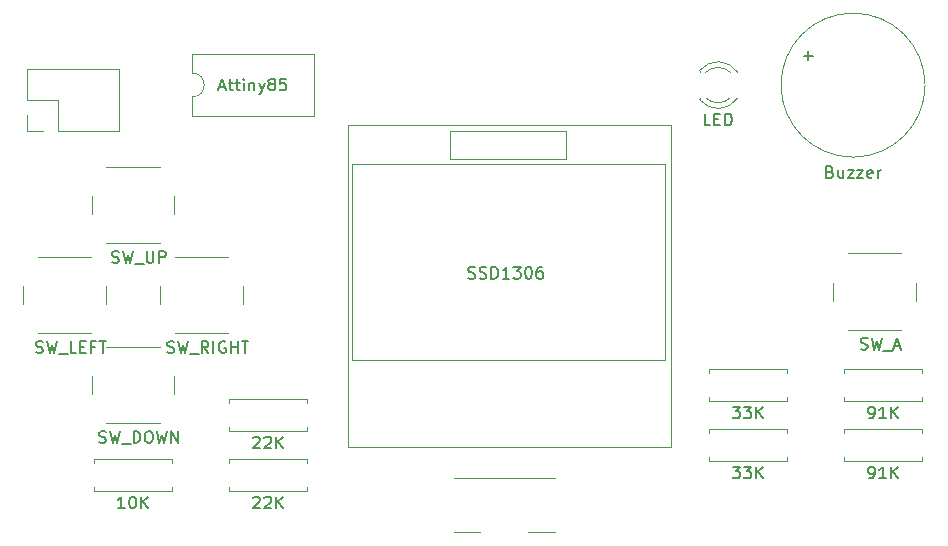
<source format=gbr>
%TF.GenerationSoftware,KiCad,Pcbnew,8.0.3*%
%TF.CreationDate,2024-06-30T11:32:45+09:00*%
%TF.ProjectId,gamepad_attiny85,67616d65-7061-4645-9f61-7474696e7938,rev?*%
%TF.SameCoordinates,Original*%
%TF.FileFunction,Legend,Top*%
%TF.FilePolarity,Positive*%
%FSLAX46Y46*%
G04 Gerber Fmt 4.6, Leading zero omitted, Abs format (unit mm)*
G04 Created by KiCad (PCBNEW 8.0.3) date 2024-06-30 11:32:45*
%MOMM*%
%LPD*%
G01*
G04 APERTURE LIST*
%ADD10C,0.150000*%
%ADD11C,0.120000*%
G04 APERTURE END LIST*
D10*
X34869523Y-61244819D02*
X34298095Y-61244819D01*
X34583809Y-61244819D02*
X34583809Y-60244819D01*
X34583809Y-60244819D02*
X34488571Y-60387676D01*
X34488571Y-60387676D02*
X34393333Y-60482914D01*
X34393333Y-60482914D02*
X34298095Y-60530533D01*
X35488571Y-60244819D02*
X35583809Y-60244819D01*
X35583809Y-60244819D02*
X35679047Y-60292438D01*
X35679047Y-60292438D02*
X35726666Y-60340057D01*
X35726666Y-60340057D02*
X35774285Y-60435295D01*
X35774285Y-60435295D02*
X35821904Y-60625771D01*
X35821904Y-60625771D02*
X35821904Y-60863866D01*
X35821904Y-60863866D02*
X35774285Y-61054342D01*
X35774285Y-61054342D02*
X35726666Y-61149580D01*
X35726666Y-61149580D02*
X35679047Y-61197200D01*
X35679047Y-61197200D02*
X35583809Y-61244819D01*
X35583809Y-61244819D02*
X35488571Y-61244819D01*
X35488571Y-61244819D02*
X35393333Y-61197200D01*
X35393333Y-61197200D02*
X35345714Y-61149580D01*
X35345714Y-61149580D02*
X35298095Y-61054342D01*
X35298095Y-61054342D02*
X35250476Y-60863866D01*
X35250476Y-60863866D02*
X35250476Y-60625771D01*
X35250476Y-60625771D02*
X35298095Y-60435295D01*
X35298095Y-60435295D02*
X35345714Y-60340057D01*
X35345714Y-60340057D02*
X35393333Y-60292438D01*
X35393333Y-60292438D02*
X35488571Y-60244819D01*
X36250476Y-61244819D02*
X36250476Y-60244819D01*
X36821904Y-61244819D02*
X36393333Y-60673390D01*
X36821904Y-60244819D02*
X36250476Y-60816247D01*
X97893333Y-58704819D02*
X98083809Y-58704819D01*
X98083809Y-58704819D02*
X98179047Y-58657200D01*
X98179047Y-58657200D02*
X98226666Y-58609580D01*
X98226666Y-58609580D02*
X98321904Y-58466723D01*
X98321904Y-58466723D02*
X98369523Y-58276247D01*
X98369523Y-58276247D02*
X98369523Y-57895295D01*
X98369523Y-57895295D02*
X98321904Y-57800057D01*
X98321904Y-57800057D02*
X98274285Y-57752438D01*
X98274285Y-57752438D02*
X98179047Y-57704819D01*
X98179047Y-57704819D02*
X97988571Y-57704819D01*
X97988571Y-57704819D02*
X97893333Y-57752438D01*
X97893333Y-57752438D02*
X97845714Y-57800057D01*
X97845714Y-57800057D02*
X97798095Y-57895295D01*
X97798095Y-57895295D02*
X97798095Y-58133390D01*
X97798095Y-58133390D02*
X97845714Y-58228628D01*
X97845714Y-58228628D02*
X97893333Y-58276247D01*
X97893333Y-58276247D02*
X97988571Y-58323866D01*
X97988571Y-58323866D02*
X98179047Y-58323866D01*
X98179047Y-58323866D02*
X98274285Y-58276247D01*
X98274285Y-58276247D02*
X98321904Y-58228628D01*
X98321904Y-58228628D02*
X98369523Y-58133390D01*
X99321904Y-58704819D02*
X98750476Y-58704819D01*
X99036190Y-58704819D02*
X99036190Y-57704819D01*
X99036190Y-57704819D02*
X98940952Y-57847676D01*
X98940952Y-57847676D02*
X98845714Y-57942914D01*
X98845714Y-57942914D02*
X98750476Y-57990533D01*
X99750476Y-58704819D02*
X99750476Y-57704819D01*
X100321904Y-58704819D02*
X99893333Y-58133390D01*
X100321904Y-57704819D02*
X99750476Y-58276247D01*
X45728095Y-60340057D02*
X45775714Y-60292438D01*
X45775714Y-60292438D02*
X45870952Y-60244819D01*
X45870952Y-60244819D02*
X46109047Y-60244819D01*
X46109047Y-60244819D02*
X46204285Y-60292438D01*
X46204285Y-60292438D02*
X46251904Y-60340057D01*
X46251904Y-60340057D02*
X46299523Y-60435295D01*
X46299523Y-60435295D02*
X46299523Y-60530533D01*
X46299523Y-60530533D02*
X46251904Y-60673390D01*
X46251904Y-60673390D02*
X45680476Y-61244819D01*
X45680476Y-61244819D02*
X46299523Y-61244819D01*
X46680476Y-60340057D02*
X46728095Y-60292438D01*
X46728095Y-60292438D02*
X46823333Y-60244819D01*
X46823333Y-60244819D02*
X47061428Y-60244819D01*
X47061428Y-60244819D02*
X47156666Y-60292438D01*
X47156666Y-60292438D02*
X47204285Y-60340057D01*
X47204285Y-60340057D02*
X47251904Y-60435295D01*
X47251904Y-60435295D02*
X47251904Y-60530533D01*
X47251904Y-60530533D02*
X47204285Y-60673390D01*
X47204285Y-60673390D02*
X46632857Y-61244819D01*
X46632857Y-61244819D02*
X47251904Y-61244819D01*
X47680476Y-61244819D02*
X47680476Y-60244819D01*
X48251904Y-61244819D02*
X47823333Y-60673390D01*
X48251904Y-60244819D02*
X47680476Y-60816247D01*
X86320476Y-57704819D02*
X86939523Y-57704819D01*
X86939523Y-57704819D02*
X86606190Y-58085771D01*
X86606190Y-58085771D02*
X86749047Y-58085771D01*
X86749047Y-58085771D02*
X86844285Y-58133390D01*
X86844285Y-58133390D02*
X86891904Y-58181009D01*
X86891904Y-58181009D02*
X86939523Y-58276247D01*
X86939523Y-58276247D02*
X86939523Y-58514342D01*
X86939523Y-58514342D02*
X86891904Y-58609580D01*
X86891904Y-58609580D02*
X86844285Y-58657200D01*
X86844285Y-58657200D02*
X86749047Y-58704819D01*
X86749047Y-58704819D02*
X86463333Y-58704819D01*
X86463333Y-58704819D02*
X86368095Y-58657200D01*
X86368095Y-58657200D02*
X86320476Y-58609580D01*
X87272857Y-57704819D02*
X87891904Y-57704819D01*
X87891904Y-57704819D02*
X87558571Y-58085771D01*
X87558571Y-58085771D02*
X87701428Y-58085771D01*
X87701428Y-58085771D02*
X87796666Y-58133390D01*
X87796666Y-58133390D02*
X87844285Y-58181009D01*
X87844285Y-58181009D02*
X87891904Y-58276247D01*
X87891904Y-58276247D02*
X87891904Y-58514342D01*
X87891904Y-58514342D02*
X87844285Y-58609580D01*
X87844285Y-58609580D02*
X87796666Y-58657200D01*
X87796666Y-58657200D02*
X87701428Y-58704819D01*
X87701428Y-58704819D02*
X87415714Y-58704819D01*
X87415714Y-58704819D02*
X87320476Y-58657200D01*
X87320476Y-58657200D02*
X87272857Y-58609580D01*
X88320476Y-58704819D02*
X88320476Y-57704819D01*
X88891904Y-58704819D02*
X88463333Y-58133390D01*
X88891904Y-57704819D02*
X88320476Y-58276247D01*
X45728095Y-55260057D02*
X45775714Y-55212438D01*
X45775714Y-55212438D02*
X45870952Y-55164819D01*
X45870952Y-55164819D02*
X46109047Y-55164819D01*
X46109047Y-55164819D02*
X46204285Y-55212438D01*
X46204285Y-55212438D02*
X46251904Y-55260057D01*
X46251904Y-55260057D02*
X46299523Y-55355295D01*
X46299523Y-55355295D02*
X46299523Y-55450533D01*
X46299523Y-55450533D02*
X46251904Y-55593390D01*
X46251904Y-55593390D02*
X45680476Y-56164819D01*
X45680476Y-56164819D02*
X46299523Y-56164819D01*
X46680476Y-55260057D02*
X46728095Y-55212438D01*
X46728095Y-55212438D02*
X46823333Y-55164819D01*
X46823333Y-55164819D02*
X47061428Y-55164819D01*
X47061428Y-55164819D02*
X47156666Y-55212438D01*
X47156666Y-55212438D02*
X47204285Y-55260057D01*
X47204285Y-55260057D02*
X47251904Y-55355295D01*
X47251904Y-55355295D02*
X47251904Y-55450533D01*
X47251904Y-55450533D02*
X47204285Y-55593390D01*
X47204285Y-55593390D02*
X46632857Y-56164819D01*
X46632857Y-56164819D02*
X47251904Y-56164819D01*
X47680476Y-56164819D02*
X47680476Y-55164819D01*
X48251904Y-56164819D02*
X47823333Y-55593390D01*
X48251904Y-55164819D02*
X47680476Y-55736247D01*
X97893333Y-53624819D02*
X98083809Y-53624819D01*
X98083809Y-53624819D02*
X98179047Y-53577200D01*
X98179047Y-53577200D02*
X98226666Y-53529580D01*
X98226666Y-53529580D02*
X98321904Y-53386723D01*
X98321904Y-53386723D02*
X98369523Y-53196247D01*
X98369523Y-53196247D02*
X98369523Y-52815295D01*
X98369523Y-52815295D02*
X98321904Y-52720057D01*
X98321904Y-52720057D02*
X98274285Y-52672438D01*
X98274285Y-52672438D02*
X98179047Y-52624819D01*
X98179047Y-52624819D02*
X97988571Y-52624819D01*
X97988571Y-52624819D02*
X97893333Y-52672438D01*
X97893333Y-52672438D02*
X97845714Y-52720057D01*
X97845714Y-52720057D02*
X97798095Y-52815295D01*
X97798095Y-52815295D02*
X97798095Y-53053390D01*
X97798095Y-53053390D02*
X97845714Y-53148628D01*
X97845714Y-53148628D02*
X97893333Y-53196247D01*
X97893333Y-53196247D02*
X97988571Y-53243866D01*
X97988571Y-53243866D02*
X98179047Y-53243866D01*
X98179047Y-53243866D02*
X98274285Y-53196247D01*
X98274285Y-53196247D02*
X98321904Y-53148628D01*
X98321904Y-53148628D02*
X98369523Y-53053390D01*
X99321904Y-53624819D02*
X98750476Y-53624819D01*
X99036190Y-53624819D02*
X99036190Y-52624819D01*
X99036190Y-52624819D02*
X98940952Y-52767676D01*
X98940952Y-52767676D02*
X98845714Y-52862914D01*
X98845714Y-52862914D02*
X98750476Y-52910533D01*
X99750476Y-53624819D02*
X99750476Y-52624819D01*
X100321904Y-53624819D02*
X99893333Y-53053390D01*
X100321904Y-52624819D02*
X99750476Y-53196247D01*
X27365238Y-48037200D02*
X27508095Y-48084819D01*
X27508095Y-48084819D02*
X27746190Y-48084819D01*
X27746190Y-48084819D02*
X27841428Y-48037200D01*
X27841428Y-48037200D02*
X27889047Y-47989580D01*
X27889047Y-47989580D02*
X27936666Y-47894342D01*
X27936666Y-47894342D02*
X27936666Y-47799104D01*
X27936666Y-47799104D02*
X27889047Y-47703866D01*
X27889047Y-47703866D02*
X27841428Y-47656247D01*
X27841428Y-47656247D02*
X27746190Y-47608628D01*
X27746190Y-47608628D02*
X27555714Y-47561009D01*
X27555714Y-47561009D02*
X27460476Y-47513390D01*
X27460476Y-47513390D02*
X27412857Y-47465771D01*
X27412857Y-47465771D02*
X27365238Y-47370533D01*
X27365238Y-47370533D02*
X27365238Y-47275295D01*
X27365238Y-47275295D02*
X27412857Y-47180057D01*
X27412857Y-47180057D02*
X27460476Y-47132438D01*
X27460476Y-47132438D02*
X27555714Y-47084819D01*
X27555714Y-47084819D02*
X27793809Y-47084819D01*
X27793809Y-47084819D02*
X27936666Y-47132438D01*
X28270000Y-47084819D02*
X28508095Y-48084819D01*
X28508095Y-48084819D02*
X28698571Y-47370533D01*
X28698571Y-47370533D02*
X28889047Y-48084819D01*
X28889047Y-48084819D02*
X29127143Y-47084819D01*
X29270000Y-48180057D02*
X30031904Y-48180057D01*
X30746190Y-48084819D02*
X30270000Y-48084819D01*
X30270000Y-48084819D02*
X30270000Y-47084819D01*
X31079524Y-47561009D02*
X31412857Y-47561009D01*
X31555714Y-48084819D02*
X31079524Y-48084819D01*
X31079524Y-48084819D02*
X31079524Y-47084819D01*
X31079524Y-47084819D02*
X31555714Y-47084819D01*
X32317619Y-47561009D02*
X31984286Y-47561009D01*
X31984286Y-48084819D02*
X31984286Y-47084819D01*
X31984286Y-47084819D02*
X32460476Y-47084819D01*
X32698572Y-47084819D02*
X33270000Y-47084819D01*
X32984286Y-48084819D02*
X32984286Y-47084819D01*
X33798095Y-40417200D02*
X33940952Y-40464819D01*
X33940952Y-40464819D02*
X34179047Y-40464819D01*
X34179047Y-40464819D02*
X34274285Y-40417200D01*
X34274285Y-40417200D02*
X34321904Y-40369580D01*
X34321904Y-40369580D02*
X34369523Y-40274342D01*
X34369523Y-40274342D02*
X34369523Y-40179104D01*
X34369523Y-40179104D02*
X34321904Y-40083866D01*
X34321904Y-40083866D02*
X34274285Y-40036247D01*
X34274285Y-40036247D02*
X34179047Y-39988628D01*
X34179047Y-39988628D02*
X33988571Y-39941009D01*
X33988571Y-39941009D02*
X33893333Y-39893390D01*
X33893333Y-39893390D02*
X33845714Y-39845771D01*
X33845714Y-39845771D02*
X33798095Y-39750533D01*
X33798095Y-39750533D02*
X33798095Y-39655295D01*
X33798095Y-39655295D02*
X33845714Y-39560057D01*
X33845714Y-39560057D02*
X33893333Y-39512438D01*
X33893333Y-39512438D02*
X33988571Y-39464819D01*
X33988571Y-39464819D02*
X34226666Y-39464819D01*
X34226666Y-39464819D02*
X34369523Y-39512438D01*
X34702857Y-39464819D02*
X34940952Y-40464819D01*
X34940952Y-40464819D02*
X35131428Y-39750533D01*
X35131428Y-39750533D02*
X35321904Y-40464819D01*
X35321904Y-40464819D02*
X35560000Y-39464819D01*
X35702857Y-40560057D02*
X36464761Y-40560057D01*
X36702857Y-39464819D02*
X36702857Y-40274342D01*
X36702857Y-40274342D02*
X36750476Y-40369580D01*
X36750476Y-40369580D02*
X36798095Y-40417200D01*
X36798095Y-40417200D02*
X36893333Y-40464819D01*
X36893333Y-40464819D02*
X37083809Y-40464819D01*
X37083809Y-40464819D02*
X37179047Y-40417200D01*
X37179047Y-40417200D02*
X37226666Y-40369580D01*
X37226666Y-40369580D02*
X37274285Y-40274342D01*
X37274285Y-40274342D02*
X37274285Y-39464819D01*
X37750476Y-40464819D02*
X37750476Y-39464819D01*
X37750476Y-39464819D02*
X38131428Y-39464819D01*
X38131428Y-39464819D02*
X38226666Y-39512438D01*
X38226666Y-39512438D02*
X38274285Y-39560057D01*
X38274285Y-39560057D02*
X38321904Y-39655295D01*
X38321904Y-39655295D02*
X38321904Y-39798152D01*
X38321904Y-39798152D02*
X38274285Y-39893390D01*
X38274285Y-39893390D02*
X38226666Y-39941009D01*
X38226666Y-39941009D02*
X38131428Y-39988628D01*
X38131428Y-39988628D02*
X37750476Y-39988628D01*
X32702857Y-55657200D02*
X32845714Y-55704819D01*
X32845714Y-55704819D02*
X33083809Y-55704819D01*
X33083809Y-55704819D02*
X33179047Y-55657200D01*
X33179047Y-55657200D02*
X33226666Y-55609580D01*
X33226666Y-55609580D02*
X33274285Y-55514342D01*
X33274285Y-55514342D02*
X33274285Y-55419104D01*
X33274285Y-55419104D02*
X33226666Y-55323866D01*
X33226666Y-55323866D02*
X33179047Y-55276247D01*
X33179047Y-55276247D02*
X33083809Y-55228628D01*
X33083809Y-55228628D02*
X32893333Y-55181009D01*
X32893333Y-55181009D02*
X32798095Y-55133390D01*
X32798095Y-55133390D02*
X32750476Y-55085771D01*
X32750476Y-55085771D02*
X32702857Y-54990533D01*
X32702857Y-54990533D02*
X32702857Y-54895295D01*
X32702857Y-54895295D02*
X32750476Y-54800057D01*
X32750476Y-54800057D02*
X32798095Y-54752438D01*
X32798095Y-54752438D02*
X32893333Y-54704819D01*
X32893333Y-54704819D02*
X33131428Y-54704819D01*
X33131428Y-54704819D02*
X33274285Y-54752438D01*
X33607619Y-54704819D02*
X33845714Y-55704819D01*
X33845714Y-55704819D02*
X34036190Y-54990533D01*
X34036190Y-54990533D02*
X34226666Y-55704819D01*
X34226666Y-55704819D02*
X34464762Y-54704819D01*
X34607619Y-55800057D02*
X35369523Y-55800057D01*
X35607619Y-55704819D02*
X35607619Y-54704819D01*
X35607619Y-54704819D02*
X35845714Y-54704819D01*
X35845714Y-54704819D02*
X35988571Y-54752438D01*
X35988571Y-54752438D02*
X36083809Y-54847676D01*
X36083809Y-54847676D02*
X36131428Y-54942914D01*
X36131428Y-54942914D02*
X36179047Y-55133390D01*
X36179047Y-55133390D02*
X36179047Y-55276247D01*
X36179047Y-55276247D02*
X36131428Y-55466723D01*
X36131428Y-55466723D02*
X36083809Y-55561961D01*
X36083809Y-55561961D02*
X35988571Y-55657200D01*
X35988571Y-55657200D02*
X35845714Y-55704819D01*
X35845714Y-55704819D02*
X35607619Y-55704819D01*
X36798095Y-54704819D02*
X36988571Y-54704819D01*
X36988571Y-54704819D02*
X37083809Y-54752438D01*
X37083809Y-54752438D02*
X37179047Y-54847676D01*
X37179047Y-54847676D02*
X37226666Y-55038152D01*
X37226666Y-55038152D02*
X37226666Y-55371485D01*
X37226666Y-55371485D02*
X37179047Y-55561961D01*
X37179047Y-55561961D02*
X37083809Y-55657200D01*
X37083809Y-55657200D02*
X36988571Y-55704819D01*
X36988571Y-55704819D02*
X36798095Y-55704819D01*
X36798095Y-55704819D02*
X36702857Y-55657200D01*
X36702857Y-55657200D02*
X36607619Y-55561961D01*
X36607619Y-55561961D02*
X36560000Y-55371485D01*
X36560000Y-55371485D02*
X36560000Y-55038152D01*
X36560000Y-55038152D02*
X36607619Y-54847676D01*
X36607619Y-54847676D02*
X36702857Y-54752438D01*
X36702857Y-54752438D02*
X36798095Y-54704819D01*
X37560000Y-54704819D02*
X37798095Y-55704819D01*
X37798095Y-55704819D02*
X37988571Y-54990533D01*
X37988571Y-54990533D02*
X38179047Y-55704819D01*
X38179047Y-55704819D02*
X38417143Y-54704819D01*
X38798095Y-55704819D02*
X38798095Y-54704819D01*
X38798095Y-54704819D02*
X39369523Y-55704819D01*
X39369523Y-55704819D02*
X39369523Y-54704819D01*
X84447142Y-28814819D02*
X83970952Y-28814819D01*
X83970952Y-28814819D02*
X83970952Y-27814819D01*
X84780476Y-28291009D02*
X85113809Y-28291009D01*
X85256666Y-28814819D02*
X84780476Y-28814819D01*
X84780476Y-28814819D02*
X84780476Y-27814819D01*
X84780476Y-27814819D02*
X85256666Y-27814819D01*
X85685238Y-28814819D02*
X85685238Y-27814819D01*
X85685238Y-27814819D02*
X85923333Y-27814819D01*
X85923333Y-27814819D02*
X86066190Y-27862438D01*
X86066190Y-27862438D02*
X86161428Y-27957676D01*
X86161428Y-27957676D02*
X86209047Y-28052914D01*
X86209047Y-28052914D02*
X86256666Y-28243390D01*
X86256666Y-28243390D02*
X86256666Y-28386247D01*
X86256666Y-28386247D02*
X86209047Y-28576723D01*
X86209047Y-28576723D02*
X86161428Y-28671961D01*
X86161428Y-28671961D02*
X86066190Y-28767200D01*
X86066190Y-28767200D02*
X85923333Y-28814819D01*
X85923333Y-28814819D02*
X85685238Y-28814819D01*
X42886666Y-25569104D02*
X43362856Y-25569104D01*
X42791428Y-25854819D02*
X43124761Y-24854819D01*
X43124761Y-24854819D02*
X43458094Y-25854819D01*
X43648571Y-25188152D02*
X44029523Y-25188152D01*
X43791428Y-24854819D02*
X43791428Y-25711961D01*
X43791428Y-25711961D02*
X43839047Y-25807200D01*
X43839047Y-25807200D02*
X43934285Y-25854819D01*
X43934285Y-25854819D02*
X44029523Y-25854819D01*
X44220000Y-25188152D02*
X44600952Y-25188152D01*
X44362857Y-24854819D02*
X44362857Y-25711961D01*
X44362857Y-25711961D02*
X44410476Y-25807200D01*
X44410476Y-25807200D02*
X44505714Y-25854819D01*
X44505714Y-25854819D02*
X44600952Y-25854819D01*
X44934286Y-25854819D02*
X44934286Y-25188152D01*
X44934286Y-24854819D02*
X44886667Y-24902438D01*
X44886667Y-24902438D02*
X44934286Y-24950057D01*
X44934286Y-24950057D02*
X44981905Y-24902438D01*
X44981905Y-24902438D02*
X44934286Y-24854819D01*
X44934286Y-24854819D02*
X44934286Y-24950057D01*
X45410476Y-25188152D02*
X45410476Y-25854819D01*
X45410476Y-25283390D02*
X45458095Y-25235771D01*
X45458095Y-25235771D02*
X45553333Y-25188152D01*
X45553333Y-25188152D02*
X45696190Y-25188152D01*
X45696190Y-25188152D02*
X45791428Y-25235771D01*
X45791428Y-25235771D02*
X45839047Y-25331009D01*
X45839047Y-25331009D02*
X45839047Y-25854819D01*
X46220000Y-25188152D02*
X46458095Y-25854819D01*
X46696190Y-25188152D02*
X46458095Y-25854819D01*
X46458095Y-25854819D02*
X46362857Y-26092914D01*
X46362857Y-26092914D02*
X46315238Y-26140533D01*
X46315238Y-26140533D02*
X46220000Y-26188152D01*
X47220000Y-25283390D02*
X47124762Y-25235771D01*
X47124762Y-25235771D02*
X47077143Y-25188152D01*
X47077143Y-25188152D02*
X47029524Y-25092914D01*
X47029524Y-25092914D02*
X47029524Y-25045295D01*
X47029524Y-25045295D02*
X47077143Y-24950057D01*
X47077143Y-24950057D02*
X47124762Y-24902438D01*
X47124762Y-24902438D02*
X47220000Y-24854819D01*
X47220000Y-24854819D02*
X47410476Y-24854819D01*
X47410476Y-24854819D02*
X47505714Y-24902438D01*
X47505714Y-24902438D02*
X47553333Y-24950057D01*
X47553333Y-24950057D02*
X47600952Y-25045295D01*
X47600952Y-25045295D02*
X47600952Y-25092914D01*
X47600952Y-25092914D02*
X47553333Y-25188152D01*
X47553333Y-25188152D02*
X47505714Y-25235771D01*
X47505714Y-25235771D02*
X47410476Y-25283390D01*
X47410476Y-25283390D02*
X47220000Y-25283390D01*
X47220000Y-25283390D02*
X47124762Y-25331009D01*
X47124762Y-25331009D02*
X47077143Y-25378628D01*
X47077143Y-25378628D02*
X47029524Y-25473866D01*
X47029524Y-25473866D02*
X47029524Y-25664342D01*
X47029524Y-25664342D02*
X47077143Y-25759580D01*
X47077143Y-25759580D02*
X47124762Y-25807200D01*
X47124762Y-25807200D02*
X47220000Y-25854819D01*
X47220000Y-25854819D02*
X47410476Y-25854819D01*
X47410476Y-25854819D02*
X47505714Y-25807200D01*
X47505714Y-25807200D02*
X47553333Y-25759580D01*
X47553333Y-25759580D02*
X47600952Y-25664342D01*
X47600952Y-25664342D02*
X47600952Y-25473866D01*
X47600952Y-25473866D02*
X47553333Y-25378628D01*
X47553333Y-25378628D02*
X47505714Y-25331009D01*
X47505714Y-25331009D02*
X47410476Y-25283390D01*
X48505714Y-24854819D02*
X48029524Y-24854819D01*
X48029524Y-24854819D02*
X47981905Y-25331009D01*
X47981905Y-25331009D02*
X48029524Y-25283390D01*
X48029524Y-25283390D02*
X48124762Y-25235771D01*
X48124762Y-25235771D02*
X48362857Y-25235771D01*
X48362857Y-25235771D02*
X48458095Y-25283390D01*
X48458095Y-25283390D02*
X48505714Y-25331009D01*
X48505714Y-25331009D02*
X48553333Y-25426247D01*
X48553333Y-25426247D02*
X48553333Y-25664342D01*
X48553333Y-25664342D02*
X48505714Y-25759580D01*
X48505714Y-25759580D02*
X48458095Y-25807200D01*
X48458095Y-25807200D02*
X48362857Y-25854819D01*
X48362857Y-25854819D02*
X48124762Y-25854819D01*
X48124762Y-25854819D02*
X48029524Y-25807200D01*
X48029524Y-25807200D02*
X47981905Y-25759580D01*
X94591428Y-32731009D02*
X94734285Y-32778628D01*
X94734285Y-32778628D02*
X94781904Y-32826247D01*
X94781904Y-32826247D02*
X94829523Y-32921485D01*
X94829523Y-32921485D02*
X94829523Y-33064342D01*
X94829523Y-33064342D02*
X94781904Y-33159580D01*
X94781904Y-33159580D02*
X94734285Y-33207200D01*
X94734285Y-33207200D02*
X94639047Y-33254819D01*
X94639047Y-33254819D02*
X94258095Y-33254819D01*
X94258095Y-33254819D02*
X94258095Y-32254819D01*
X94258095Y-32254819D02*
X94591428Y-32254819D01*
X94591428Y-32254819D02*
X94686666Y-32302438D01*
X94686666Y-32302438D02*
X94734285Y-32350057D01*
X94734285Y-32350057D02*
X94781904Y-32445295D01*
X94781904Y-32445295D02*
X94781904Y-32540533D01*
X94781904Y-32540533D02*
X94734285Y-32635771D01*
X94734285Y-32635771D02*
X94686666Y-32683390D01*
X94686666Y-32683390D02*
X94591428Y-32731009D01*
X94591428Y-32731009D02*
X94258095Y-32731009D01*
X95686666Y-32588152D02*
X95686666Y-33254819D01*
X95258095Y-32588152D02*
X95258095Y-33111961D01*
X95258095Y-33111961D02*
X95305714Y-33207200D01*
X95305714Y-33207200D02*
X95400952Y-33254819D01*
X95400952Y-33254819D02*
X95543809Y-33254819D01*
X95543809Y-33254819D02*
X95639047Y-33207200D01*
X95639047Y-33207200D02*
X95686666Y-33159580D01*
X96067619Y-32588152D02*
X96591428Y-32588152D01*
X96591428Y-32588152D02*
X96067619Y-33254819D01*
X96067619Y-33254819D02*
X96591428Y-33254819D01*
X96877143Y-32588152D02*
X97400952Y-32588152D01*
X97400952Y-32588152D02*
X96877143Y-33254819D01*
X96877143Y-33254819D02*
X97400952Y-33254819D01*
X98162857Y-33207200D02*
X98067619Y-33254819D01*
X98067619Y-33254819D02*
X97877143Y-33254819D01*
X97877143Y-33254819D02*
X97781905Y-33207200D01*
X97781905Y-33207200D02*
X97734286Y-33111961D01*
X97734286Y-33111961D02*
X97734286Y-32731009D01*
X97734286Y-32731009D02*
X97781905Y-32635771D01*
X97781905Y-32635771D02*
X97877143Y-32588152D01*
X97877143Y-32588152D02*
X98067619Y-32588152D01*
X98067619Y-32588152D02*
X98162857Y-32635771D01*
X98162857Y-32635771D02*
X98210476Y-32731009D01*
X98210476Y-32731009D02*
X98210476Y-32826247D01*
X98210476Y-32826247D02*
X97734286Y-32921485D01*
X98639048Y-33254819D02*
X98639048Y-32588152D01*
X98639048Y-32778628D02*
X98686667Y-32683390D01*
X98686667Y-32683390D02*
X98734286Y-32635771D01*
X98734286Y-32635771D02*
X98829524Y-32588152D01*
X98829524Y-32588152D02*
X98924762Y-32588152D01*
X92329048Y-22933866D02*
X93090953Y-22933866D01*
X92710000Y-23314819D02*
X92710000Y-22552914D01*
X38469048Y-48037200D02*
X38611905Y-48084819D01*
X38611905Y-48084819D02*
X38850000Y-48084819D01*
X38850000Y-48084819D02*
X38945238Y-48037200D01*
X38945238Y-48037200D02*
X38992857Y-47989580D01*
X38992857Y-47989580D02*
X39040476Y-47894342D01*
X39040476Y-47894342D02*
X39040476Y-47799104D01*
X39040476Y-47799104D02*
X38992857Y-47703866D01*
X38992857Y-47703866D02*
X38945238Y-47656247D01*
X38945238Y-47656247D02*
X38850000Y-47608628D01*
X38850000Y-47608628D02*
X38659524Y-47561009D01*
X38659524Y-47561009D02*
X38564286Y-47513390D01*
X38564286Y-47513390D02*
X38516667Y-47465771D01*
X38516667Y-47465771D02*
X38469048Y-47370533D01*
X38469048Y-47370533D02*
X38469048Y-47275295D01*
X38469048Y-47275295D02*
X38516667Y-47180057D01*
X38516667Y-47180057D02*
X38564286Y-47132438D01*
X38564286Y-47132438D02*
X38659524Y-47084819D01*
X38659524Y-47084819D02*
X38897619Y-47084819D01*
X38897619Y-47084819D02*
X39040476Y-47132438D01*
X39373810Y-47084819D02*
X39611905Y-48084819D01*
X39611905Y-48084819D02*
X39802381Y-47370533D01*
X39802381Y-47370533D02*
X39992857Y-48084819D01*
X39992857Y-48084819D02*
X40230953Y-47084819D01*
X40373810Y-48180057D02*
X41135714Y-48180057D01*
X41945238Y-48084819D02*
X41611905Y-47608628D01*
X41373810Y-48084819D02*
X41373810Y-47084819D01*
X41373810Y-47084819D02*
X41754762Y-47084819D01*
X41754762Y-47084819D02*
X41850000Y-47132438D01*
X41850000Y-47132438D02*
X41897619Y-47180057D01*
X41897619Y-47180057D02*
X41945238Y-47275295D01*
X41945238Y-47275295D02*
X41945238Y-47418152D01*
X41945238Y-47418152D02*
X41897619Y-47513390D01*
X41897619Y-47513390D02*
X41850000Y-47561009D01*
X41850000Y-47561009D02*
X41754762Y-47608628D01*
X41754762Y-47608628D02*
X41373810Y-47608628D01*
X42373810Y-48084819D02*
X42373810Y-47084819D01*
X43373809Y-47132438D02*
X43278571Y-47084819D01*
X43278571Y-47084819D02*
X43135714Y-47084819D01*
X43135714Y-47084819D02*
X42992857Y-47132438D01*
X42992857Y-47132438D02*
X42897619Y-47227676D01*
X42897619Y-47227676D02*
X42850000Y-47322914D01*
X42850000Y-47322914D02*
X42802381Y-47513390D01*
X42802381Y-47513390D02*
X42802381Y-47656247D01*
X42802381Y-47656247D02*
X42850000Y-47846723D01*
X42850000Y-47846723D02*
X42897619Y-47941961D01*
X42897619Y-47941961D02*
X42992857Y-48037200D01*
X42992857Y-48037200D02*
X43135714Y-48084819D01*
X43135714Y-48084819D02*
X43230952Y-48084819D01*
X43230952Y-48084819D02*
X43373809Y-48037200D01*
X43373809Y-48037200D02*
X43421428Y-47989580D01*
X43421428Y-47989580D02*
X43421428Y-47656247D01*
X43421428Y-47656247D02*
X43230952Y-47656247D01*
X43850000Y-48084819D02*
X43850000Y-47084819D01*
X43850000Y-47561009D02*
X44421428Y-47561009D01*
X44421428Y-48084819D02*
X44421428Y-47084819D01*
X44754762Y-47084819D02*
X45326190Y-47084819D01*
X45040476Y-48084819D02*
X45040476Y-47084819D01*
X97183333Y-47747200D02*
X97326190Y-47794819D01*
X97326190Y-47794819D02*
X97564285Y-47794819D01*
X97564285Y-47794819D02*
X97659523Y-47747200D01*
X97659523Y-47747200D02*
X97707142Y-47699580D01*
X97707142Y-47699580D02*
X97754761Y-47604342D01*
X97754761Y-47604342D02*
X97754761Y-47509104D01*
X97754761Y-47509104D02*
X97707142Y-47413866D01*
X97707142Y-47413866D02*
X97659523Y-47366247D01*
X97659523Y-47366247D02*
X97564285Y-47318628D01*
X97564285Y-47318628D02*
X97373809Y-47271009D01*
X97373809Y-47271009D02*
X97278571Y-47223390D01*
X97278571Y-47223390D02*
X97230952Y-47175771D01*
X97230952Y-47175771D02*
X97183333Y-47080533D01*
X97183333Y-47080533D02*
X97183333Y-46985295D01*
X97183333Y-46985295D02*
X97230952Y-46890057D01*
X97230952Y-46890057D02*
X97278571Y-46842438D01*
X97278571Y-46842438D02*
X97373809Y-46794819D01*
X97373809Y-46794819D02*
X97611904Y-46794819D01*
X97611904Y-46794819D02*
X97754761Y-46842438D01*
X98088095Y-46794819D02*
X98326190Y-47794819D01*
X98326190Y-47794819D02*
X98516666Y-47080533D01*
X98516666Y-47080533D02*
X98707142Y-47794819D01*
X98707142Y-47794819D02*
X98945238Y-46794819D01*
X99088095Y-47890057D02*
X99849999Y-47890057D01*
X100040476Y-47509104D02*
X100516666Y-47509104D01*
X99945238Y-47794819D02*
X100278571Y-46794819D01*
X100278571Y-46794819D02*
X100611904Y-47794819D01*
X63953333Y-41741200D02*
X64096190Y-41788819D01*
X64096190Y-41788819D02*
X64334285Y-41788819D01*
X64334285Y-41788819D02*
X64429523Y-41741200D01*
X64429523Y-41741200D02*
X64477142Y-41693580D01*
X64477142Y-41693580D02*
X64524761Y-41598342D01*
X64524761Y-41598342D02*
X64524761Y-41503104D01*
X64524761Y-41503104D02*
X64477142Y-41407866D01*
X64477142Y-41407866D02*
X64429523Y-41360247D01*
X64429523Y-41360247D02*
X64334285Y-41312628D01*
X64334285Y-41312628D02*
X64143809Y-41265009D01*
X64143809Y-41265009D02*
X64048571Y-41217390D01*
X64048571Y-41217390D02*
X64000952Y-41169771D01*
X64000952Y-41169771D02*
X63953333Y-41074533D01*
X63953333Y-41074533D02*
X63953333Y-40979295D01*
X63953333Y-40979295D02*
X64000952Y-40884057D01*
X64000952Y-40884057D02*
X64048571Y-40836438D01*
X64048571Y-40836438D02*
X64143809Y-40788819D01*
X64143809Y-40788819D02*
X64381904Y-40788819D01*
X64381904Y-40788819D02*
X64524761Y-40836438D01*
X64905714Y-41741200D02*
X65048571Y-41788819D01*
X65048571Y-41788819D02*
X65286666Y-41788819D01*
X65286666Y-41788819D02*
X65381904Y-41741200D01*
X65381904Y-41741200D02*
X65429523Y-41693580D01*
X65429523Y-41693580D02*
X65477142Y-41598342D01*
X65477142Y-41598342D02*
X65477142Y-41503104D01*
X65477142Y-41503104D02*
X65429523Y-41407866D01*
X65429523Y-41407866D02*
X65381904Y-41360247D01*
X65381904Y-41360247D02*
X65286666Y-41312628D01*
X65286666Y-41312628D02*
X65096190Y-41265009D01*
X65096190Y-41265009D02*
X65000952Y-41217390D01*
X65000952Y-41217390D02*
X64953333Y-41169771D01*
X64953333Y-41169771D02*
X64905714Y-41074533D01*
X64905714Y-41074533D02*
X64905714Y-40979295D01*
X64905714Y-40979295D02*
X64953333Y-40884057D01*
X64953333Y-40884057D02*
X65000952Y-40836438D01*
X65000952Y-40836438D02*
X65096190Y-40788819D01*
X65096190Y-40788819D02*
X65334285Y-40788819D01*
X65334285Y-40788819D02*
X65477142Y-40836438D01*
X65905714Y-41788819D02*
X65905714Y-40788819D01*
X65905714Y-40788819D02*
X66143809Y-40788819D01*
X66143809Y-40788819D02*
X66286666Y-40836438D01*
X66286666Y-40836438D02*
X66381904Y-40931676D01*
X66381904Y-40931676D02*
X66429523Y-41026914D01*
X66429523Y-41026914D02*
X66477142Y-41217390D01*
X66477142Y-41217390D02*
X66477142Y-41360247D01*
X66477142Y-41360247D02*
X66429523Y-41550723D01*
X66429523Y-41550723D02*
X66381904Y-41645961D01*
X66381904Y-41645961D02*
X66286666Y-41741200D01*
X66286666Y-41741200D02*
X66143809Y-41788819D01*
X66143809Y-41788819D02*
X65905714Y-41788819D01*
X67429523Y-41788819D02*
X66858095Y-41788819D01*
X67143809Y-41788819D02*
X67143809Y-40788819D01*
X67143809Y-40788819D02*
X67048571Y-40931676D01*
X67048571Y-40931676D02*
X66953333Y-41026914D01*
X66953333Y-41026914D02*
X66858095Y-41074533D01*
X67762857Y-40788819D02*
X68381904Y-40788819D01*
X68381904Y-40788819D02*
X68048571Y-41169771D01*
X68048571Y-41169771D02*
X68191428Y-41169771D01*
X68191428Y-41169771D02*
X68286666Y-41217390D01*
X68286666Y-41217390D02*
X68334285Y-41265009D01*
X68334285Y-41265009D02*
X68381904Y-41360247D01*
X68381904Y-41360247D02*
X68381904Y-41598342D01*
X68381904Y-41598342D02*
X68334285Y-41693580D01*
X68334285Y-41693580D02*
X68286666Y-41741200D01*
X68286666Y-41741200D02*
X68191428Y-41788819D01*
X68191428Y-41788819D02*
X67905714Y-41788819D01*
X67905714Y-41788819D02*
X67810476Y-41741200D01*
X67810476Y-41741200D02*
X67762857Y-41693580D01*
X69000952Y-40788819D02*
X69096190Y-40788819D01*
X69096190Y-40788819D02*
X69191428Y-40836438D01*
X69191428Y-40836438D02*
X69239047Y-40884057D01*
X69239047Y-40884057D02*
X69286666Y-40979295D01*
X69286666Y-40979295D02*
X69334285Y-41169771D01*
X69334285Y-41169771D02*
X69334285Y-41407866D01*
X69334285Y-41407866D02*
X69286666Y-41598342D01*
X69286666Y-41598342D02*
X69239047Y-41693580D01*
X69239047Y-41693580D02*
X69191428Y-41741200D01*
X69191428Y-41741200D02*
X69096190Y-41788819D01*
X69096190Y-41788819D02*
X69000952Y-41788819D01*
X69000952Y-41788819D02*
X68905714Y-41741200D01*
X68905714Y-41741200D02*
X68858095Y-41693580D01*
X68858095Y-41693580D02*
X68810476Y-41598342D01*
X68810476Y-41598342D02*
X68762857Y-41407866D01*
X68762857Y-41407866D02*
X68762857Y-41169771D01*
X68762857Y-41169771D02*
X68810476Y-40979295D01*
X68810476Y-40979295D02*
X68858095Y-40884057D01*
X68858095Y-40884057D02*
X68905714Y-40836438D01*
X68905714Y-40836438D02*
X69000952Y-40788819D01*
X70191428Y-40788819D02*
X70000952Y-40788819D01*
X70000952Y-40788819D02*
X69905714Y-40836438D01*
X69905714Y-40836438D02*
X69858095Y-40884057D01*
X69858095Y-40884057D02*
X69762857Y-41026914D01*
X69762857Y-41026914D02*
X69715238Y-41217390D01*
X69715238Y-41217390D02*
X69715238Y-41598342D01*
X69715238Y-41598342D02*
X69762857Y-41693580D01*
X69762857Y-41693580D02*
X69810476Y-41741200D01*
X69810476Y-41741200D02*
X69905714Y-41788819D01*
X69905714Y-41788819D02*
X70096190Y-41788819D01*
X70096190Y-41788819D02*
X70191428Y-41741200D01*
X70191428Y-41741200D02*
X70239047Y-41693580D01*
X70239047Y-41693580D02*
X70286666Y-41598342D01*
X70286666Y-41598342D02*
X70286666Y-41360247D01*
X70286666Y-41360247D02*
X70239047Y-41265009D01*
X70239047Y-41265009D02*
X70191428Y-41217390D01*
X70191428Y-41217390D02*
X70096190Y-41169771D01*
X70096190Y-41169771D02*
X69905714Y-41169771D01*
X69905714Y-41169771D02*
X69810476Y-41217390D01*
X69810476Y-41217390D02*
X69762857Y-41265009D01*
X69762857Y-41265009D02*
X69715238Y-41360247D01*
X86320476Y-52624819D02*
X86939523Y-52624819D01*
X86939523Y-52624819D02*
X86606190Y-53005771D01*
X86606190Y-53005771D02*
X86749047Y-53005771D01*
X86749047Y-53005771D02*
X86844285Y-53053390D01*
X86844285Y-53053390D02*
X86891904Y-53101009D01*
X86891904Y-53101009D02*
X86939523Y-53196247D01*
X86939523Y-53196247D02*
X86939523Y-53434342D01*
X86939523Y-53434342D02*
X86891904Y-53529580D01*
X86891904Y-53529580D02*
X86844285Y-53577200D01*
X86844285Y-53577200D02*
X86749047Y-53624819D01*
X86749047Y-53624819D02*
X86463333Y-53624819D01*
X86463333Y-53624819D02*
X86368095Y-53577200D01*
X86368095Y-53577200D02*
X86320476Y-53529580D01*
X87272857Y-52624819D02*
X87891904Y-52624819D01*
X87891904Y-52624819D02*
X87558571Y-53005771D01*
X87558571Y-53005771D02*
X87701428Y-53005771D01*
X87701428Y-53005771D02*
X87796666Y-53053390D01*
X87796666Y-53053390D02*
X87844285Y-53101009D01*
X87844285Y-53101009D02*
X87891904Y-53196247D01*
X87891904Y-53196247D02*
X87891904Y-53434342D01*
X87891904Y-53434342D02*
X87844285Y-53529580D01*
X87844285Y-53529580D02*
X87796666Y-53577200D01*
X87796666Y-53577200D02*
X87701428Y-53624819D01*
X87701428Y-53624819D02*
X87415714Y-53624819D01*
X87415714Y-53624819D02*
X87320476Y-53577200D01*
X87320476Y-53577200D02*
X87272857Y-53529580D01*
X88320476Y-53624819D02*
X88320476Y-52624819D01*
X88891904Y-53624819D02*
X88463333Y-53053390D01*
X88891904Y-52624819D02*
X88320476Y-53196247D01*
D11*
%TO.C,R7*%
X32290000Y-57050000D02*
X38830000Y-57050000D01*
X32290000Y-57380000D02*
X32290000Y-57050000D01*
X32290000Y-59460000D02*
X32290000Y-59790000D01*
X32290000Y-59790000D02*
X38830000Y-59790000D01*
X38830000Y-57050000D02*
X38830000Y-57380000D01*
X38830000Y-59790000D02*
X38830000Y-59460000D01*
%TO.C,R6*%
X95790000Y-54510000D02*
X102330000Y-54510000D01*
X95790000Y-54840000D02*
X95790000Y-54510000D01*
X95790000Y-56920000D02*
X95790000Y-57250000D01*
X95790000Y-57250000D02*
X102330000Y-57250000D01*
X102330000Y-54510000D02*
X102330000Y-54840000D01*
X102330000Y-57250000D02*
X102330000Y-56920000D01*
%TO.C,R5*%
X43720000Y-57050000D02*
X50260000Y-57050000D01*
X43720000Y-57380000D02*
X43720000Y-57050000D01*
X43720000Y-59460000D02*
X43720000Y-59790000D01*
X43720000Y-59790000D02*
X50260000Y-59790000D01*
X50260000Y-57050000D02*
X50260000Y-57380000D01*
X50260000Y-59790000D02*
X50260000Y-59460000D01*
%TO.C,R4*%
X84360000Y-54510000D02*
X90900000Y-54510000D01*
X84360000Y-54840000D02*
X84360000Y-54510000D01*
X84360000Y-56920000D02*
X84360000Y-57250000D01*
X84360000Y-57250000D02*
X90900000Y-57250000D01*
X90900000Y-54510000D02*
X90900000Y-54840000D01*
X90900000Y-57250000D02*
X90900000Y-56920000D01*
%TO.C,R3*%
X43720000Y-51970000D02*
X50260000Y-51970000D01*
X43720000Y-52300000D02*
X43720000Y-51970000D01*
X43720000Y-54380000D02*
X43720000Y-54710000D01*
X43720000Y-54710000D02*
X50260000Y-54710000D01*
X50260000Y-51970000D02*
X50260000Y-52300000D01*
X50260000Y-54710000D02*
X50260000Y-54380000D01*
%TO.C,R2*%
X95790000Y-49430000D02*
X102330000Y-49430000D01*
X95790000Y-49760000D02*
X95790000Y-49430000D01*
X95790000Y-51840000D02*
X95790000Y-52170000D01*
X95790000Y-52170000D02*
X102330000Y-52170000D01*
X102330000Y-49430000D02*
X102330000Y-49760000D01*
X102330000Y-52170000D02*
X102330000Y-51840000D01*
%TO.C,SW3*%
X26270000Y-42430000D02*
X26270000Y-43930000D01*
X27520000Y-46430000D02*
X32020000Y-46430000D01*
X32020000Y-39930000D02*
X27520000Y-39930000D01*
X33270000Y-43930000D02*
X33270000Y-42430000D01*
%TO.C,SW1*%
X32060000Y-34810000D02*
X32060000Y-36310000D01*
X33310000Y-38810000D02*
X37810000Y-38810000D01*
X37810000Y-32310000D02*
X33310000Y-32310000D01*
X39060000Y-36310000D02*
X39060000Y-34810000D01*
%TO.C,SW2*%
X32060000Y-50050000D02*
X32060000Y-51550000D01*
X33310000Y-54050000D02*
X37810000Y-54050000D01*
X37810000Y-47550000D02*
X33310000Y-47550000D01*
X39060000Y-51550000D02*
X39060000Y-50050000D01*
%TO.C,D1*%
X83530000Y-24164000D02*
X83530000Y-24320000D01*
X83530000Y-26480000D02*
X83530000Y-26636000D01*
X83530000Y-24164484D02*
G75*
G02*
X86762335Y-24321392I1560000J-1235516D01*
G01*
X84049039Y-24320000D02*
G75*
G02*
X86131130Y-24320163I1040961J-1080000D01*
G01*
X86131130Y-26479837D02*
G75*
G02*
X84049039Y-26480000I-1041130J1079837D01*
G01*
X86762335Y-26478608D02*
G75*
G02*
X83530000Y-26635516I-1672335J1078608D01*
G01*
%TO.C,Attiny85*%
X40590000Y-22740000D02*
X40590000Y-24390000D01*
X40590000Y-26390000D02*
X40590000Y-28040000D01*
X40590000Y-28040000D02*
X50870000Y-28040000D01*
X50870000Y-22740000D02*
X40590000Y-22740000D01*
X50870000Y-28040000D02*
X50870000Y-22740000D01*
X40590000Y-24390000D02*
G75*
G02*
X40590000Y-26390000I0J-1000000D01*
G01*
%TO.C,BZ1*%
X102620000Y-25400000D02*
G75*
G02*
X90420000Y-25400000I-6100000J0D01*
G01*
X90420000Y-25400000D02*
G75*
G02*
X102620000Y-25400000I6100000J0D01*
G01*
%TO.C,SW5*%
X37850000Y-42430000D02*
X37850000Y-43930000D01*
X39100000Y-46430000D02*
X43600000Y-46430000D01*
X43600000Y-39930000D02*
X39100000Y-39930000D01*
X44850000Y-43930000D02*
X44850000Y-42430000D01*
%TO.C,J2*%
X26610000Y-29270000D02*
X26610000Y-27940000D01*
X27940000Y-29270000D02*
X26610000Y-29270000D01*
X29210000Y-29270000D02*
X34350000Y-29270000D01*
X29210000Y-29270000D02*
X29210000Y-26670000D01*
X34350000Y-29270000D02*
X34350000Y-24070000D01*
X26610000Y-26670000D02*
X26610000Y-24070000D01*
X29210000Y-26670000D02*
X26610000Y-26670000D01*
X26610000Y-24070000D02*
X34350000Y-24070000D01*
%TO.C,POWER1*%
X69020000Y-63260000D02*
X71320000Y-63260000D01*
X62720000Y-63260000D02*
X64920000Y-63260000D01*
X62720000Y-58660000D02*
X71320000Y-58660000D01*
%TO.C,SW7*%
X94850000Y-42140000D02*
X94850000Y-43640000D01*
X96100000Y-46140000D02*
X100600000Y-46140000D01*
X100600000Y-39640000D02*
X96100000Y-39640000D01*
X101850000Y-43640000D02*
X101850000Y-42140000D01*
%TO.C,SSD1306*%
X53720000Y-28780000D02*
X81120000Y-28780000D01*
X53720000Y-56080000D02*
X53720000Y-28780000D01*
X54142000Y-32075000D02*
X77242000Y-32075000D01*
X54142000Y-48675000D02*
X54142000Y-32075000D01*
X62421000Y-29269000D02*
X62421000Y-31682000D01*
X62421000Y-29269000D02*
X72200000Y-29269000D01*
X72200000Y-29269000D02*
X72200000Y-31682000D01*
X72200000Y-31682000D02*
X62421000Y-31682000D01*
X77242000Y-32075000D02*
X80328000Y-32075000D01*
X77242000Y-48675000D02*
X54142000Y-48675000D01*
X77242000Y-48675000D02*
X80582000Y-48700000D01*
X80582000Y-32063000D02*
X80328000Y-32075000D01*
X80582000Y-48700000D02*
X80582000Y-32063000D01*
X81120000Y-28780000D02*
X81120000Y-56080000D01*
X81120000Y-56080000D02*
X53720000Y-56080000D01*
%TO.C,33K1*%
X84360000Y-49430000D02*
X90900000Y-49430000D01*
X84360000Y-49760000D02*
X84360000Y-49430000D01*
X84360000Y-51840000D02*
X84360000Y-52170000D01*
X84360000Y-52170000D02*
X90900000Y-52170000D01*
X90900000Y-49430000D02*
X90900000Y-49760000D01*
X90900000Y-52170000D02*
X90900000Y-51840000D01*
%TD*%
M02*

</source>
